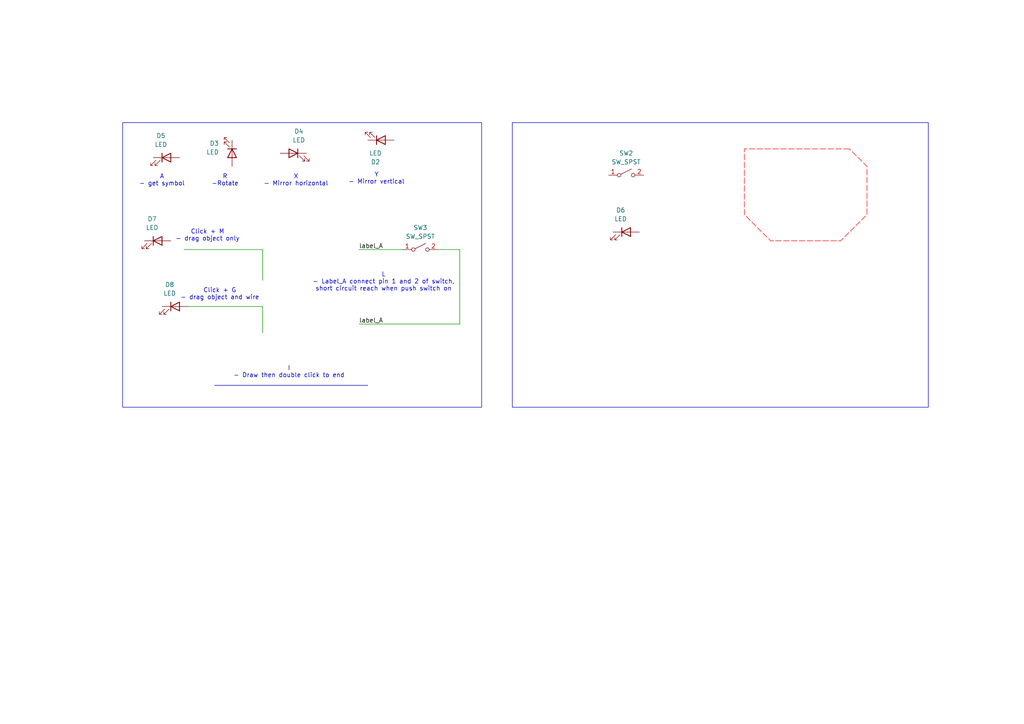
<source format=kicad_sch>
(kicad_sch (version 20250114) (generator "eeschema") (generator_version "9.0")
  (paper "A4")
  (title_block (title "GETTING STARTED SCHEMATIC") (date "2025-07-27") (rev "1.0.0") (company "HOME") (comment 1 "Author - Giang Trinh") (comment 2 "GitHub: https://github.com/TrinhHuuGiang"))
  (lib_symbols
    (symbol "Device:LED" (pin_numbers (hide yes)) (pin_names (offset 1.016) (hide yes))
      (property "Reference" "D" (at 0 2.54 0))
      (property "Value" "LED" (at 0 -2.54 0))
      (symbol "LED_0_1"
        (polyline (pts (xy -3.048 -0.762) (xy -4.572 -2.286) (xy -3.81 -2.286) (xy -4.572 -2.286) (xy -4.572 -1.524)))
        (polyline (pts (xy -1.778 -0.762) (xy -3.302 -2.286) (xy -2.54 -2.286) (xy -3.302 -2.286) (xy -3.302 -1.524)))
        (polyline (pts (xy -1.27 0) (xy 1.27 0)))
        (polyline (pts (xy -1.27 -1.27) (xy -1.27 1.27)) (stroke (width 0.254)))
        (polyline (pts (xy 1.27 -1.27) (xy 1.27 1.27) (xy -1.27 0) (xy 1.27 -1.27)) (stroke (width 0.254)))
      )
      (symbol "LED_1_1"
        (pin passive line (at -3.81 0 0) (length 2.54) (name "K") (number "1"))
        (pin passive line (at 3.81 0 180) (length 2.54) (name "A") (number "2"))
      )
    )
    (symbol "Switch:SW_SPST" (pin_names (offset 0) (hide yes))
      (property "Reference" "SW" (at 0 3.175 0))
      (property "Value" "SW_SPST" (at 0 -2.54 0))
      (symbol "SW_SPST_0_0"
        (circle (center -2.032 0) (radius 0.508))
        (polyline (pts (xy -1.524 0.254) (xy 1.524 1.778)))
        (circle (center 2.032 0) (radius 0.508))
      )
      (symbol "SW_SPST_1_1"
        (pin passive line (at -5.08 0 0) (length 2.54) (name "A") (number "1"))
        (pin passive line (at 5.08 0 180) (length 2.54) (name "B") (number "2"))
      )
    )
  )
  (rectangle (start 148.59 35.56) (end 269.24 118.11))
  (rectangle (start 35.56 35.56) (end 139.7 118.11))
  (text "Y\n- Mirror vertical" (at 109.22 51.816 0) (effects (font (size 1.27 1.27))))
  (text "I\n- Draw then double click to end\n" (at 83.82 107.95 0) (effects (font (size 1.27 1.27))))
  (text "Click + G\n- drag object and wire" (at 63.754 85.344 0) (effects (font (size 1.27 1.27))))
  (text "A\n- get symbol" (at 46.99 52.324 0) (effects (font (size 1.27 1.27))))
  (text "Click + M\n- drag object only" (at 60.198 68.326 0) (effects (font (size 1.27 1.27))))
  (text "X\n- Mirror horizontal" (at 85.852 52.324 0) (effects (font (size 1.27 1.27))))
  (text "L\n- Label_A connect pin 1 and 2 of switch,\nshort circuit reach when push switch on" (at 111.252 81.788 0) (effects (font (size 1.27 1.27))))
  (text "R\n-Rotate" (at 65.278 52.324 0) (effects (font (size 1.27 1.27))))
  (wire (pts (xy 104.14 93.98) (xy 133.35 93.98)))
  (wire (pts (xy 53.34 72.39) (xy 76.2 72.39)))
  (wire (pts (xy 76.2 72.39) (xy 76.2 81.28)))
  (wire (pts (xy 133.35 93.98) (xy 133.35 72.39)))
  (wire (pts (xy 104.14 72.39) (xy 116.84 72.39)))
  (wire (pts (xy 76.2 88.9) (xy 76.2 96.52)))
  (wire (pts (xy 54.61 88.9) (xy 76.2 88.9)))
  (polyline (pts (xy 62.23 111.76) (xy 106.68 111.76)))
  (wire (pts (xy 133.35 72.39) (xy 127 72.39)))
  (label "label_A" (at 104.14 72.39 0))
  (label "label_A" (at 104.14 93.98 0))
  (rule_area (polyline (pts (xy 246.38 43.18) (xy 215.9 43.18) (xy 215.9 62.23) (xy 223.52 69.85) (xy 243.84 69.85) (xy 251.46 62.23) (xy 251.46 48.26)) (stroke (width 0) (type dash))))
  (symbol (lib_id "Device:LED") (at 67.31 44.45 270) (unit 1)
    (property "Reference" "D3" (at 63.5 41.5924 90) (effects (justify right)))
    (property "Value" "LED" (at 63.5 44.1324 90) (effects (justify right)))
    (property "Description" "Light emitting diode" (effects (hide yes)))
    (property "Sim.Pins" "1=K 2=A" (effects (hide yes)))
  )
  (symbol (lib_id "Device:LED") (at 85.09 44.45 0) (mirror y) (unit 1)
    (property "Reference" "D4" (at 86.6775 38.1 0))
    (property "Value" "LED" (at 86.6775 40.64 0))
    (property "Description" "Light emitting diode" (effects (hide yes)))
    (property "Sim.Pins" "1=K 2=A" (effects (hide yes)))
  )
  (symbol (lib_id "Device:LED") (at 50.8 88.9 0) (unit 1)
    (property "Reference" "D8" (at 49.2125 82.55 0))
    (property "Value" "LED" (at 49.2125 85.09 0))
    (property "Description" "Light emitting diode" (effects (hide yes)))
    (property "Sim.Pins" "1=K 2=A" (effects (hide yes)))
  )
  (symbol (lib_id "Device:LED") (at 110.49 40.64 0) (mirror x) (unit 1)
    (property "Reference" "D2" (at 108.9025 46.99 0))
    (property "Value" "LED" (at 108.9025 44.45 0))
    (property "Description" "Light emitting diode" (effects (hide yes)))
    (property "Sim.Pins" "1=K 2=A" (effects (hide yes)))
  )
  (symbol (lib_id "Device:LED") (at 45.72 69.85 0) (unit 1)
    (property "Reference" "D7" (at 44.1325 63.5 0))
    (property "Value" "LED" (at 44.1325 66.04 0))
    (property "Description" "Light emitting diode" (effects (hide yes)))
    (property "Sim.Pins" "1=K 2=A" (effects (hide yes)))
  )
  (symbol (lib_id "Device:LED") (at 48.26 45.72 0) (unit 1)
    (property "Reference" "D5" (at 46.6725 39.37 0))
    (property "Value" "LED" (at 46.6725 41.91 0))
    (property "Description" "Light emitting diode" (effects (hide yes)))
    (property "Sim.Pins" "1=K 2=A" (effects (hide yes)))
  )
  (symbol (lib_id "Switch:SW_SPST") (at 121.92 72.39 0) (unit 1)
    (property "Reference" "SW3" (at 121.92 66.04 0))
    (property "Value" "SW_SPST" (at 121.92 68.58 0))
    (property "Description" "Single Pole Single Throw (SPST) switch" (effects (hide yes)))
  )
  (symbol (lib_id "Device:LED") (at 181.61 67.31 0) (unit 1)
    (property "Reference" "D6" (at 180.0225 60.96 0))
    (property "Value" "LED" (at 180.0225 63.5 0))
    (property "Description" "Light emitting diode" (effects (hide yes)))
    (property "Sim.Pins" "1=K 2=A" (effects (hide yes)))
  )
  (symbol (lib_id "Switch:SW_SPST") (at 181.61 50.8 0) (unit 1)
    (property "Reference" "SW2" (at 181.61 44.45 0))
    (property "Value" "SW_SPST" (at 181.61 46.99 0))
    (property "Description" "Single Pole Single Throw (SPST) switch" (effects (hide yes)))
  )
)
</source>
